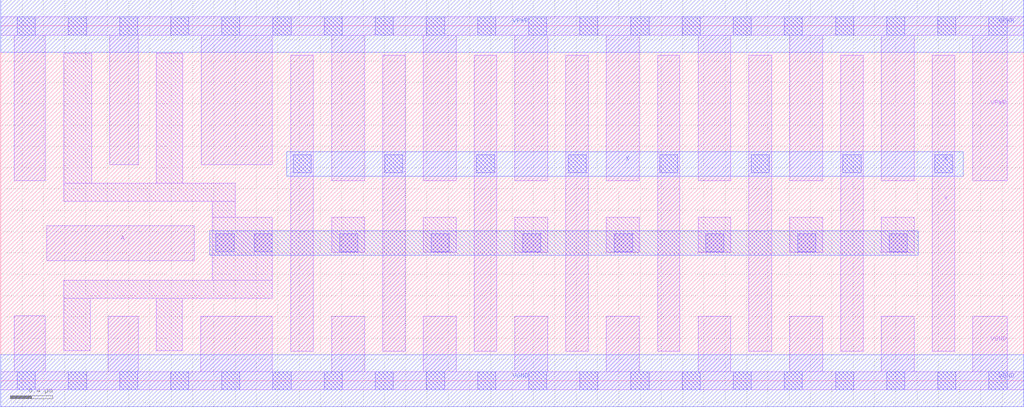
<source format=lef>
# Copyright 2020 The SkyWater PDK Authors
#
# Licensed under the Apache License, Version 2.0 (the "License");
# you may not use this file except in compliance with the License.
# You may obtain a copy of the License at
#
#     https://www.apache.org/licenses/LICENSE-2.0
#
# Unless required by applicable law or agreed to in writing, software
# distributed under the License is distributed on an "AS IS" BASIS,
# WITHOUT WARRANTIES OR CONDITIONS OF ANY KIND, either express or implied.
# See the License for the specific language governing permissions and
# limitations under the License.
#
# SPDX-License-Identifier: Apache-2.0

VERSION 5.7 ;
  NAMESCASESENSITIVE ON ;
  NOWIREEXTENSIONATPIN ON ;
  DIVIDERCHAR "/" ;
  BUSBITCHARS "[]" ;
UNITS
  DATABASE MICRONS 200 ;
END UNITS
MACRO sky130_fd_sc_lp__clkbuf_16
  CLASS CORE ;
  SOURCE USER ;
  FOREIGN sky130_fd_sc_lp__clkbuf_16 ;
  ORIGIN  0.000000  0.000000 ;
  SIZE  9.600000 BY  3.330000 ;
  SYMMETRY X Y R90 ;
  SITE unit ;
  PIN A
    ANTENNAGATEAREA  1.008000 ;
    DIRECTION INPUT ;
    USE SIGNAL ;
    PORT
      LAYER li1 ;
        RECT 0.430000 1.125000 1.815000 1.455000 ;
    END
  END A
  PIN X
    ANTENNADIFFAREA  3.763200 ;
    DIRECTION OUTPUT ;
    USE SIGNAL ;
    PORT
      LAYER li1 ;
        RECT 2.720000 0.275000 2.935000 3.055000 ;
        RECT 3.585000 0.275000 3.795000 3.055000 ;
        RECT 4.445000 0.275000 4.655000 3.055000 ;
        RECT 5.305000 0.275000 5.515000 3.055000 ;
        RECT 6.165000 0.275000 6.375000 3.055000 ;
        RECT 7.020000 0.275000 7.235000 3.055000 ;
        RECT 7.885000 0.275000 8.095000 3.055000 ;
        RECT 8.745000 0.275000 8.955000 3.055000 ;
      LAYER mcon ;
        RECT 2.745000 1.950000 2.915000 2.120000 ;
        RECT 3.605000 1.950000 3.775000 2.120000 ;
        RECT 4.465000 1.950000 4.635000 2.120000 ;
        RECT 5.325000 1.950000 5.495000 2.120000 ;
        RECT 6.185000 1.950000 6.355000 2.120000 ;
        RECT 7.045000 1.950000 7.215000 2.120000 ;
        RECT 7.905000 1.950000 8.075000 2.120000 ;
        RECT 8.765000 1.950000 8.935000 2.120000 ;
      LAYER met1 ;
        RECT 2.685000 1.920000 9.035000 2.150000 ;
    END
  END X
  PIN VGND
    DIRECTION INOUT ;
    USE GROUND ;
    PORT
      LAYER li1 ;
        RECT 0.000000 -0.085000 9.600000 0.085000 ;
        RECT 0.125000  0.085000 0.420000 0.610000 ;
        RECT 1.010000  0.085000 1.290000 0.605000 ;
        RECT 1.875000  0.085000 2.550000 0.605000 ;
        RECT 3.105000  0.085000 3.415000 0.605000 ;
        RECT 3.965000  0.085000 4.275000 0.605000 ;
        RECT 4.825000  0.085000 5.135000 0.605000 ;
        RECT 5.685000  0.085000 5.995000 0.605000 ;
        RECT 6.545000  0.085000 6.850000 0.605000 ;
        RECT 7.405000  0.085000 7.715000 0.605000 ;
        RECT 8.265000  0.085000 8.575000 0.605000 ;
        RECT 9.125000  0.085000 9.445000 0.605000 ;
      LAYER mcon ;
        RECT 0.155000 -0.085000 0.325000 0.085000 ;
        RECT 0.635000 -0.085000 0.805000 0.085000 ;
        RECT 1.115000 -0.085000 1.285000 0.085000 ;
        RECT 1.595000 -0.085000 1.765000 0.085000 ;
        RECT 2.075000 -0.085000 2.245000 0.085000 ;
        RECT 2.555000 -0.085000 2.725000 0.085000 ;
        RECT 3.035000 -0.085000 3.205000 0.085000 ;
        RECT 3.515000 -0.085000 3.685000 0.085000 ;
        RECT 3.995000 -0.085000 4.165000 0.085000 ;
        RECT 4.475000 -0.085000 4.645000 0.085000 ;
        RECT 4.955000 -0.085000 5.125000 0.085000 ;
        RECT 5.435000 -0.085000 5.605000 0.085000 ;
        RECT 5.915000 -0.085000 6.085000 0.085000 ;
        RECT 6.395000 -0.085000 6.565000 0.085000 ;
        RECT 6.875000 -0.085000 7.045000 0.085000 ;
        RECT 7.355000 -0.085000 7.525000 0.085000 ;
        RECT 7.835000 -0.085000 8.005000 0.085000 ;
        RECT 8.315000 -0.085000 8.485000 0.085000 ;
        RECT 8.795000 -0.085000 8.965000 0.085000 ;
        RECT 9.275000 -0.085000 9.445000 0.085000 ;
      LAYER met1 ;
        RECT 0.000000 -0.245000 9.600000 0.245000 ;
    END
  END VGND
  PIN VPWR
    DIRECTION INOUT ;
    USE POWER ;
    PORT
      LAYER li1 ;
        RECT 0.000000 3.245000 9.600000 3.415000 ;
        RECT 0.125000 1.875000 0.420000 3.245000 ;
        RECT 1.025000 2.025000 1.290000 3.245000 ;
        RECT 1.880000 2.025000 2.550000 3.245000 ;
        RECT 3.105000 1.875000 3.415000 3.245000 ;
        RECT 3.965000 1.875000 4.275000 3.245000 ;
        RECT 4.825000 1.875000 5.135000 3.245000 ;
        RECT 5.685000 1.875000 5.995000 3.245000 ;
        RECT 6.545000 1.875000 6.850000 3.245000 ;
        RECT 7.405000 1.875000 7.715000 3.245000 ;
        RECT 8.265000 1.875000 8.575000 3.245000 ;
        RECT 9.125000 1.875000 9.445000 3.245000 ;
      LAYER mcon ;
        RECT 0.155000 3.245000 0.325000 3.415000 ;
        RECT 0.635000 3.245000 0.805000 3.415000 ;
        RECT 1.115000 3.245000 1.285000 3.415000 ;
        RECT 1.595000 3.245000 1.765000 3.415000 ;
        RECT 2.075000 3.245000 2.245000 3.415000 ;
        RECT 2.555000 3.245000 2.725000 3.415000 ;
        RECT 3.035000 3.245000 3.205000 3.415000 ;
        RECT 3.515000 3.245000 3.685000 3.415000 ;
        RECT 3.995000 3.245000 4.165000 3.415000 ;
        RECT 4.475000 3.245000 4.645000 3.415000 ;
        RECT 4.955000 3.245000 5.125000 3.415000 ;
        RECT 5.435000 3.245000 5.605000 3.415000 ;
        RECT 5.915000 3.245000 6.085000 3.415000 ;
        RECT 6.395000 3.245000 6.565000 3.415000 ;
        RECT 6.875000 3.245000 7.045000 3.415000 ;
        RECT 7.355000 3.245000 7.525000 3.415000 ;
        RECT 7.835000 3.245000 8.005000 3.415000 ;
        RECT 8.315000 3.245000 8.485000 3.415000 ;
        RECT 8.795000 3.245000 8.965000 3.415000 ;
        RECT 9.275000 3.245000 9.445000 3.415000 ;
      LAYER met1 ;
        RECT 0.000000 3.085000 9.600000 3.575000 ;
    END
  END VPWR
  OBS
    LAYER li1 ;
      RECT 0.590000 0.280000 0.840000 0.775000 ;
      RECT 0.590000 0.775000 2.550000 0.945000 ;
      RECT 0.590000 1.685000 2.200000 1.855000 ;
      RECT 0.590000 1.855000 0.855000 3.075000 ;
      RECT 1.460000 0.280000 1.705000 0.775000 ;
      RECT 1.460000 1.855000 1.710000 3.075000 ;
      RECT 1.985000 0.945000 2.550000 1.535000 ;
      RECT 1.985000 1.535000 2.200000 1.685000 ;
      RECT 3.105000 1.205000 3.415000 1.535000 ;
      RECT 3.965000 1.205000 4.275000 1.535000 ;
      RECT 4.825000 1.205000 5.135000 1.535000 ;
      RECT 5.685000 1.205000 5.995000 1.535000 ;
      RECT 6.545000 1.205000 6.850000 1.535000 ;
      RECT 7.405000 1.205000 7.715000 1.535000 ;
      RECT 8.265000 1.205000 8.575000 1.535000 ;
    LAYER mcon ;
      RECT 2.020000 1.210000 2.190000 1.380000 ;
      RECT 2.380000 1.210000 2.550000 1.380000 ;
      RECT 3.180000 1.210000 3.350000 1.380000 ;
      RECT 4.040000 1.210000 4.210000 1.380000 ;
      RECT 4.900000 1.210000 5.070000 1.380000 ;
      RECT 5.760000 1.210000 5.930000 1.380000 ;
      RECT 6.615000 1.210000 6.785000 1.380000 ;
      RECT 7.480000 1.210000 7.650000 1.380000 ;
      RECT 8.340000 1.210000 8.510000 1.380000 ;
    LAYER met1 ;
      RECT 1.960000 1.180000 8.610000 1.410000 ;
  END
END sky130_fd_sc_lp__clkbuf_16

</source>
